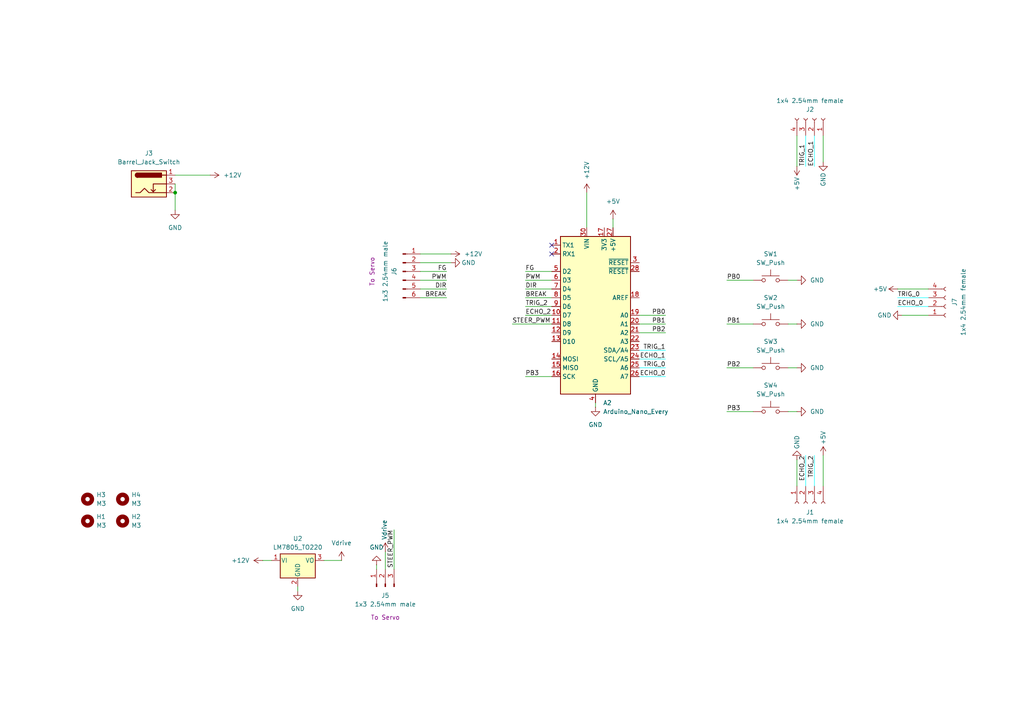
<source format=kicad_sch>
(kicad_sch (version 20231120) (generator "eeschema") (generator_version "8.0")
  (paper "A4")
  (lib_symbols
    (symbol "Connector:Barrel_Jack_Switch" (pin_names hide)
      (property "Reference" "J" (at 0 5.334 0))
      (property "Value" "Barrel_Jack_Switch" (at 0 -5.08 0))
      (symbol "Barrel_Jack_Switch_0_1"
        (rectangle (start -5.08 3.81) (end 5.08 -3.81) (stroke (width 0.254)) (fill (type background)))
        (arc (start -3.302 3.175) (mid -3.9343 2.54) (end -3.302 1.905) (stroke (width 0.254)))
        (arc (start -3.302 3.175) (mid -3.9343 2.54) (end -3.302 1.905) (stroke (width 0.254)) (fill (type outline)))
        (polyline (pts (xy 1.27 -2.286) (xy 1.905 -1.651)) (stroke (width 0.254)))
        (polyline (pts (xy 5.08 2.54) (xy 3.81 2.54)) (stroke (width 0.254)))
        (polyline (pts (xy 5.08 0) (xy 1.27 0) (xy 1.27 -2.286) (xy 0.635 -1.651)) (stroke (width 0.254)))
        (polyline (pts (xy -3.81 -2.54) (xy -2.54 -2.54) (xy -1.27 -1.27) (xy 0 -2.54) (xy 2.54 -2.54) (xy 5.08 -2.54)) (stroke (width 0.254)))
        (rectangle (start 3.683 3.175) (end -3.302 1.905) (stroke (width 0.254)) (fill (type outline)))
      )
      (symbol "Barrel_Jack_Switch_1_1"
        (pin passive line (at 7.62 2.54 180) (length 2.54) (name "~") (number "1"))
        (pin passive line (at 7.62 -2.54 180) (length 2.54) (name "~") (number "2"))
        (pin passive line (at 7.62 0 180) (length 2.54) (name "~") (number "3"))
      )
    )
    (symbol "Connector:Conn_01x03_Pin" (pin_names (offset 1.016) hide)
      (property "Reference" "J" (at 0 5.08 0))
      (property "Value" "Conn_01x03_Pin" (at 0 -5.08 0))
      (symbol "Conn_01x03_Pin_1_1"
        (polyline (pts (xy 1.27 -2.54) (xy 0.8636 -2.54)) (stroke (width 0.1524)))
        (polyline (pts (xy 1.27 0) (xy 0.8636 0)) (stroke (width 0.1524)))
        (polyline (pts (xy 1.27 2.54) (xy 0.8636 2.54)) (stroke (width 0.1524)))
        (rectangle (start 0.8636 -2.413) (end 0 -2.667) (stroke (width 0.1524)) (fill (type outline)))
        (rectangle (start 0.8636 0.127) (end 0 -0.127) (stroke (width 0.1524)) (fill (type outline)))
        (rectangle (start 0.8636 2.667) (end 0 2.413) (stroke (width 0.1524)) (fill (type outline)))
        (pin passive line (at 5.08 2.54 180) (length 3.81) (name "Pin_1") (number "1"))
        (pin passive line (at 5.08 0 180) (length 3.81) (name "Pin_2") (number "2"))
        (pin passive line (at 5.08 -2.54 180) (length 3.81) (name "Pin_3") (number "3"))
      )
    )
    (symbol "Connector:Conn_01x04_Socket" (pin_names (offset 1.016) hide)
      (property "Reference" "J" (at 0 5.08 0))
      (property "Value" "Conn_01x04_Socket" (at 0 -7.62 0))
      (symbol "Conn_01x04_Socket_1_1"
        (arc (start 0 -4.572) (mid -0.5058 -5.08) (end 0 -5.588) (stroke (width 0.1524)))
        (arc (start 0 -2.032) (mid -0.5058 -2.54) (end 0 -3.048) (stroke (width 0.1524)))
        (polyline (pts (xy -1.27 -5.08) (xy -0.508 -5.08)) (stroke (width 0.1524)))
        (polyline (pts (xy -1.27 -2.54) (xy -0.508 -2.54)) (stroke (width 0.1524)))
        (polyline (pts (xy -1.27 0) (xy -0.508 0)) (stroke (width 0.1524)))
        (polyline (pts (xy -1.27 2.54) (xy -0.508 2.54)) (stroke (width 0.1524)))
        (arc (start 0 0.508) (mid -0.5058 0) (end 0 -0.508) (stroke (width 0.1524)))
        (arc (start 0 3.048) (mid -0.5058 2.54) (end 0 2.032) (stroke (width 0.1524)))
        (pin passive line (at -5.08 2.54 0) (length 3.81) (name "Pin_1") (number "1"))
        (pin passive line (at -5.08 0 0) (length 3.81) (name "Pin_2") (number "2"))
        (pin passive line (at -5.08 -2.54 0) (length 3.81) (name "Pin_3") (number "3"))
        (pin passive line (at -5.08 -5.08 0) (length 3.81) (name "Pin_4") (number "4"))
      )
    )
    (symbol "Connector:Conn_01x06_Pin" (pin_names (offset 1.016) hide)
      (property "Reference" "J" (at 0 7.62 0))
      (property "Value" "Conn_01x06_Pin" (at 0 -10.16 0))
      (symbol "Conn_01x06_Pin_1_1"
        (polyline (pts (xy 1.27 -7.62) (xy 0.8636 -7.62)) (stroke (width 0.1524)))
        (polyline (pts (xy 1.27 -5.08) (xy 0.8636 -5.08)) (stroke (width 0.1524)))
        (polyline (pts (xy 1.27 -2.54) (xy 0.8636 -2.54)) (stroke (width 0.1524)))
        (polyline (pts (xy 1.27 0) (xy 0.8636 0)) (stroke (width 0.1524)))
        (polyline (pts (xy 1.27 2.54) (xy 0.8636 2.54)) (stroke (width 0.1524)))
        (polyline (pts (xy 1.27 5.08) (xy 0.8636 5.08)) (stroke (width 0.1524)))
        (rectangle (start 0.8636 -7.493) (end 0 -7.747) (stroke (width 0.1524)) (fill (type outline)))
        (rectangle (start 0.8636 -4.953) (end 0 -5.207) (stroke (width 0.1524)) (fill (type outline)))
        (rectangle (start 0.8636 -2.413) (end 0 -2.667) (stroke (width 0.1524)) (fill (type outline)))
        (rectangle (start 0.8636 0.127) (end 0 -0.127) (stroke (width 0.1524)) (fill (type outline)))
        (rectangle (start 0.8636 2.667) (end 0 2.413) (stroke (width 0.1524)) (fill (type outline)))
        (rectangle (start 0.8636 5.207) (end 0 4.953) (stroke (width 0.1524)) (fill (type outline)))
        (pin passive line (at 5.08 5.08 180) (length 3.81) (name "Pin_1") (number "1"))
        (pin passive line (at 5.08 2.54 180) (length 3.81) (name "Pin_2") (number "2"))
        (pin passive line (at 5.08 0 180) (length 3.81) (name "Pin_3") (number "3"))
        (pin passive line (at 5.08 -2.54 180) (length 3.81) (name "Pin_4") (number "4"))
        (pin passive line (at 5.08 -5.08 180) (length 3.81) (name "Pin_5") (number "5"))
        (pin passive line (at 5.08 -7.62 180) (length 3.81) (name "Pin_6") (number "6"))
      )
    )
    (symbol "MCU_Module:Arduino_Nano_Every"
      (property "Reference" "A" (at -10.16 23.495 0))
      (property "Value" "Arduino_Nano_Every" (at 5.08 -24.13 0))
      (symbol "Arduino_Nano_Every_0_1"
        (rectangle (start -10.16 22.86) (end 10.16 -22.86) (stroke (width 0.254)) (fill (type background)))
      )
      (symbol "Arduino_Nano_Every_1_1"
        (pin bidirectional line (at -12.7 20.32 0) (length 2.54) (name "TX1") (number "1"))
        (pin bidirectional line (at -12.7 0 0) (length 2.54) (name "D7") (number "10"))
        (pin bidirectional line (at -12.7 -2.54 0) (length 2.54) (name "D8") (number "11"))
        (pin bidirectional line (at -12.7 -5.08 0) (length 2.54) (name "D9") (number "12"))
        (pin bidirectional line (at -12.7 -7.62 0) (length 2.54) (name "D10") (number "13"))
        (pin bidirectional line (at -12.7 -12.7 0) (length 2.54) (name "MOSI") (number "14"))
        (pin bidirectional line (at -12.7 -15.24 0) (length 2.54) (name "MISO") (number "15"))
        (pin bidirectional line (at -12.7 -17.78 0) (length 2.54) (name "SCK") (number "16"))
        (pin power_out line (at 2.54 25.4 270) (length 2.54) (name "3V3") (number "17"))
        (pin input line (at 12.7 5.08 180) (length 2.54) (name "AREF") (number "18"))
        (pin bidirectional line (at 12.7 0 180) (length 2.54) (name "A0") (number "19"))
        (pin bidirectional line (at -12.7 17.78 0) (length 2.54) (name "RX1") (number "2"))
        (pin bidirectional line (at 12.7 -2.54 180) (length 2.54) (name "A1") (number "20"))
        (pin bidirectional line (at 12.7 -5.08 180) (length 2.54) (name "A2") (number "21"))
        (pin bidirectional line (at 12.7 -7.62 180) (length 2.54) (name "A3") (number "22"))
        (pin bidirectional line (at 12.7 -10.16 180) (length 2.54) (name "SDA/A4") (number "23"))
        (pin bidirectional line (at 12.7 -12.7 180) (length 2.54) (name "SCL/A5") (number "24"))
        (pin bidirectional line (at 12.7 -15.24 180) (length 2.54) (name "A6") (number "25"))
        (pin bidirectional line (at 12.7 -17.78 180) (length 2.54) (name "A7") (number "26"))
        (pin power_out line (at 5.08 25.4 270) (length 2.54) (name "+5V") (number "27"))
        (pin input line (at 12.7 12.7 180) (length 2.54) (name "~{RESET}") (number "28"))
        (pin passive line (at 0 -25.4 90) (length 2.54) hide (name "GND") (number "29"))
        (pin input line (at 12.7 15.24 180) (length 2.54) (name "~{RESET}") (number "3"))
        (pin power_in line (at -2.54 25.4 270) (length 2.54) (name "VIN") (number "30"))
        (pin power_in line (at 0 -25.4 90) (length 2.54) (name "GND") (number "4"))
        (pin bidirectional line (at -12.7 12.7 0) (length 2.54) (name "D2") (number "5"))
        (pin bidirectional line (at -12.7 10.16 0) (length 2.54) (name "D3") (number "6"))
        (pin bidirectional line (at -12.7 7.62 0) (length 2.54) (name "D4") (number "7"))
        (pin bidirectional line (at -12.7 5.08 0) (length 2.54) (name "D5") (number "8"))
        (pin bidirectional line (at -12.7 2.54 0) (length 2.54) (name "D6") (number "9"))
      )
    )
    (symbol "Mechanical:MountingHole" (pin_names (offset 1.016)) (exclude_from_sim yes) (in_bom no)
      (property "Reference" "H" (at 0 5.08 0))
      (property "Value" "MountingHole" (at 0 3.175 0))
      (symbol "MountingHole_0_1"
        (circle (center 0 0) (radius 1.27) (stroke (width 1.27)))
      )
    )
    (symbol "Regulator_Linear:LM7805_TO220" (pin_names (offset 0.254))
      (property "Reference" "U" (at -3.81 3.175 0))
      (property "Value" "LM7805_TO220" (at 0 3.175 0))
      (symbol "LM7805_TO220_0_1"
        (rectangle (start -5.08 1.905) (end 5.08 -5.08) (stroke (width 0.254)) (fill (type background)))
      )
      (symbol "LM7805_TO220_1_1"
        (pin power_in line (at -7.62 0 0) (length 2.54) (name "VI") (number "1"))
        (pin power_in line (at 0 -7.62 90) (length 2.54) (name "GND") (number "2"))
        (pin power_out line (at 7.62 0 180) (length 2.54) (name "VO") (number "3"))
      )
    )
    (symbol "Switch:SW_Push" (pin_numbers hide) (pin_names (offset 1.016) hide)
      (property "Reference" "SW" (at 1.27 2.54 0))
      (property "Value" "SW_Push" (at 0 -1.524 0))
      (symbol "SW_Push_0_1"
        (circle (center -2.032 0) (radius 0.508))
        (polyline (pts (xy 0 1.27) (xy 0 3.048)))
        (polyline (pts (xy 2.54 1.27) (xy -2.54 1.27)))
        (circle (center 2.032 0) (radius 0.508))
        (pin passive line (at -5.08 0 0) (length 2.54) (name "1") (number "1"))
        (pin passive line (at 5.08 0 180) (length 2.54) (name "2") (number "2"))
      )
    )
    (symbol "power:+12V" (power) (pin_numbers hide) (pin_names (offset 0) hide)
      (property "Value" "+12V" (at 0 3.556 0))
      (symbol "+12V_0_1"
        (polyline (pts (xy -0.762 1.27) (xy 0 2.54)))
        (polyline (pts (xy 0 0) (xy 0 2.54)))
        (polyline (pts (xy 0 2.54) (xy 0.762 1.27)))
      )
      (symbol "+12V_1_1"
        (pin power_in line (at 0 0 90) (length 0) (name "~") (number "1"))
      )
    )
    (symbol "power:+5V" (power) (pin_numbers hide) (pin_names (offset 0) hide)
      (property "Value" "+5V" (at 0 3.556 0))
      (symbol "+5V_0_1"
        (polyline (pts (xy -0.762 1.27) (xy 0 2.54)))
        (polyline (pts (xy 0 0) (xy 0 2.54)))
        (polyline (pts (xy 0 2.54) (xy 0.762 1.27)))
      )
      (symbol "+5V_1_1"
        (pin power_in line (at 0 0 90) (length 0) (name "~") (number "1"))
      )
    )
    (symbol "power:GND" (power) (pin_numbers hide) (pin_names (offset 0) hide)
      (property "Value" "GND" (at 0 -3.81 0))
      (symbol "GND_0_1"
        (polyline (pts (xy 0 0) (xy 0 -1.27) (xy 1.27 -1.27) (xy 0 -2.54) (xy -1.27 -1.27) (xy 0 -1.27)))
      )
      (symbol "GND_1_1"
        (pin power_in line (at 0 0 270) (length 0) (name "~") (number "1"))
      )
    )
    (symbol "power:Vdrive" (power) (pin_numbers hide) (pin_names (offset 0) hide)
      (property "Value" "Vdrive" (at 0 3.556 0))
      (symbol "Vdrive_0_1"
        (polyline (pts (xy -0.762 1.27) (xy 0 2.54)))
        (polyline (pts (xy 0 0) (xy 0 2.54)))
        (polyline (pts (xy 0 2.54) (xy 0.762 1.27)))
      )
      (symbol "Vdrive_1_1"
        (pin power_in line (at 0 0 90) (length 0) (name "~") (number "1"))
      )
    )
  )
  (junction (at 50.8 55.88))
  (no_connect (at 160.02 71.12))
  (no_connect (at 160.02 73.66))
  (wire (pts (xy 185.42 101.6) (xy 193.04 101.6)) (stroke (width 0) (color 0 255 255 1)))
  (wire (pts (xy 129.54 86.36) (xy 121.92 86.36)))
  (wire (pts (xy 50.8 50.8) (xy 60.96 50.8)))
  (wire (pts (xy 111.76 160.02) (xy 111.76 165.1)))
  (wire (pts (xy 210.82 106.68) (xy 218.44 106.68)))
  (wire (pts (xy 160.02 88.9) (xy 152.4 88.9)))
  (wire (pts (xy 185.42 104.14) (xy 193.04 104.14)) (stroke (width 0) (color 0 255 255 1)))
  (wire (pts (xy 233.68 132.08) (xy 233.68 140.97)) (stroke (width 0) (color 0 255 255 1)))
  (wire (pts (xy 129.54 81.28) (xy 121.92 81.28)))
  (wire (pts (xy 260.35 83.82) (xy 269.24 83.82)))
  (wire (pts (xy 177.8 63.5) (xy 177.8 66.04)))
  (wire (pts (xy 86.36 171.45) (xy 86.36 170.18)))
  (wire (pts (xy 76.2 162.56) (xy 78.74 162.56)))
  (wire (pts (xy 170.18 66.04) (xy 170.18 55.88)))
  (wire (pts (xy 50.8 53.34) (xy 50.8 55.88)))
  (wire (pts (xy 160.02 91.44) (xy 152.4 91.44)))
  (wire (pts (xy 185.42 106.68) (xy 193.04 106.68)) (stroke (width 0) (color 0 255 255 1)))
  (wire (pts (xy 210.82 119.38) (xy 218.44 119.38)))
  (wire (pts (xy 50.8 55.88) (xy 50.8 60.96)))
  (wire (pts (xy 109.22 163.83) (xy 109.22 165.1)))
  (wire (pts (xy 238.76 46.99) (xy 238.76 39.37)))
  (wire (pts (xy 228.6 93.98) (xy 231.14 93.98)))
  (wire (pts (xy 152.4 81.28) (xy 160.02 81.28)))
  (wire (pts (xy 210.82 93.98) (xy 218.44 93.98)))
  (wire (pts (xy 152.4 86.36) (xy 160.02 86.36)))
  (wire (pts (xy 231.14 48.26) (xy 231.14 39.37)))
  (wire (pts (xy 228.6 81.28) (xy 231.14 81.28)))
  (wire (pts (xy 236.22 48.26) (xy 236.22 39.37)) (stroke (width 0) (color 0 255 255 1)))
  (wire (pts (xy 114.3 153.67) (xy 114.3 165.1)))
  (wire (pts (xy 93.98 162.56) (xy 99.06 162.56)))
  (wire (pts (xy 152.4 83.82) (xy 160.02 83.82)))
  (wire (pts (xy 193.04 91.44) (xy 185.42 91.44)))
  (wire (pts (xy 129.54 83.82) (xy 121.92 83.82)))
  (wire (pts (xy 233.68 48.26) (xy 233.68 39.37)) (stroke (width 0) (color 0 255 255 1)))
  (wire (pts (xy 185.42 109.22) (xy 193.04 109.22)) (stroke (width 0) (color 0 255 255 1)))
  (wire (pts (xy 210.82 81.28) (xy 218.44 81.28)))
  (wire (pts (xy 260.35 86.36) (xy 269.24 86.36)) (stroke (width 0) (color 0 255 255 1)))
  (wire (pts (xy 148.59 93.98) (xy 160.02 93.98)))
  (wire (pts (xy 193.04 93.98) (xy 185.42 93.98)))
  (wire (pts (xy 228.6 119.38) (xy 231.14 119.38)))
  (wire (pts (xy 152.4 109.22) (xy 160.02 109.22)))
  (wire (pts (xy 152.4 78.74) (xy 160.02 78.74)))
  (wire (pts (xy 228.6 106.68) (xy 231.14 106.68)))
  (wire (pts (xy 172.72 118.11) (xy 172.72 116.84)))
  (wire (pts (xy 130.81 76.2) (xy 121.92 76.2)))
  (wire (pts (xy 261.62 91.44) (xy 269.24 91.44)))
  (wire (pts (xy 231.14 133.35) (xy 231.14 140.97)))
  (wire (pts (xy 193.04 96.52) (xy 185.42 96.52)))
  (wire (pts (xy 121.92 73.66) (xy 130.81 73.66)))
  (wire (pts (xy 238.76 132.08) (xy 238.76 140.97)))
  (wire (pts (xy 236.22 132.08) (xy 236.22 140.97)) (stroke (width 0) (color 0 255 255 1)))
  (wire (pts (xy 260.35 88.9) (xy 269.24 88.9)) (stroke (width 0) (color 0 255 255 1)))
  (wire (pts (xy 129.54 78.74) (xy 121.92 78.74)))
  (label "TRIG_1" (at 233.68 48.26 90))
  (label "TRIG_2" (at 152.4 88.9 0))
  (label "TRIG_1" (at 193.04 101.6 180))
  (label "PWM" (at 152.4 81.28 0))
  (label "PB0" (at 193.04 91.44 180))
  (label "ECHO_0" (at 193.04 109.22 180))
  (label "PB2" (at 193.04 96.52 180))
  (label "STEER_PWM" (at 148.59 93.98 0))
  (label "PB3" (at 210.82 119.38 0))
  (label "BREAK" (at 152.4 86.36 0))
  (label "FG" (at 129.54 78.74 180))
  (label "BREAK" (at 129.54 86.36 180))
  (label "PB3" (at 152.4 109.22 0))
  (label "ECHO_2" (at 233.68 132.08 270))
  (label "PWM" (at 129.54 81.28 180))
  (label "ECHO_2" (at 152.4 91.44 0))
  (label "DIR" (at 129.54 83.82 180))
  (label "TRIG_2" (at 236.22 132.08 270))
  (label "PB1" (at 193.04 93.98 180))
  (label "ECHO_0" (at 260.35 88.9 0))
  (label "DIR" (at 152.4 83.82 0))
  (label "PB2" (at 210.82 106.68 0))
  (label "ECHO_1" (at 193.04 104.14 180))
  (label "STEER_PWM" (at 114.3 153.67 270))
  (label "ECHO_1" (at 236.22 48.26 90))
  (label "TRIG_0" (at 260.35 86.36 0))
  (label "PB1" (at 210.82 93.98 0))
  (label "TRIG_0" (at 193.04 106.68 180))
  (label "PB0" (at 210.82 81.28 0))
  (label "FG" (at 152.4 78.74 0))
  (symbol (lib_id "Connector:Conn_01x04_Socket") (at 274.32 88.9 0) (mirror x) (unit 1)
    (property "Reference" "J7" (at 276.86 87.63 90))
    (property "Value" "1x4 2.54mm female" (at 279.4 87.63 90))
    (property "Footprint" "Connector_PinSocket_2.54mm:PinSocket_1x04_P2.54mm_Vertical" (effects (hide yes)))
    (property "Description" "Generic connector, single row, 01x04, script generated" (effects (hide yes)))
  )
  (symbol (lib_id "power:GND") (at 172.72 118.11 0) (unit 1)
    (property "Reference" "#PWR10" (effects (hide yes)))
    (property "Value" "GND" (at 172.72 123.19 0))
    (property "Description" "Power symbol creates a global label with name \"GND\" , ground" (effects (hide yes)))
  )
  (symbol (lib_id "power:+5V") (at 260.35 83.82 90) (mirror x) (unit 1)
    (property "Reference" "#PWR20" (effects (hide yes)))
    (property "Value" "+5V" (at 255.27 83.82 90))
    (property "Description" "Power symbol creates a global label with name \"+5V\"" (effects (hide yes)))
  )
  (symbol (lib_id "Connector:Conn_01x03_Pin") (at 111.76 170.18 90) (unit 1)
    (property "Reference" "J5" (at 111.76 172.72 90))
    (property "Value" "1x3 2.54mm male" (at 111.76 175.26 90))
    (property "Footprint" "Connector_PinSocket_2.54mm:PinSocket_1x03_P2.54mm_Vertical" (effects (hide yes)))
    (property "Description" "Generic connector, single row, 01x03, script generated" (effects (hide yes)))
    (property "Comment" "To Servo" (at 111.76 179.07 90))
  )
  (symbol (lib_id "power:GND") (at 231.14 93.98 90) (unit 1)
    (property "Reference" "#PWR14" (effects (hide yes)))
    (property "Value" "GND" (at 234.95 93.9799 90) (effects (justify right)))
    (property "Description" "Power symbol creates a global label with name \"GND\" , ground" (effects (hide yes)))
  )
  (symbol (lib_id "power:GND") (at 86.36 171.45 0) (unit 1)
    (property "Reference" "#PWR1" (effects (hide yes)))
    (property "Value" "GND" (at 86.36 176.53 0))
    (property "Description" "Power symbol creates a global label with name \"GND\" , ground" (effects (hide yes)))
  )
  (symbol (lib_id "Connector:Conn_01x04_Socket") (at 236.22 34.29 270) (mirror x) (unit 1)
    (property "Reference" "J2" (at 234.95 31.75 90))
    (property "Value" "1x4 2.54mm female" (at 234.95 29.21 90))
    (property "Footprint" "Connector_PinSocket_2.54mm:PinSocket_1x04_P2.54mm_Vertical" (effects (hide yes)))
    (property "Description" "Generic connector, single row, 01x04, script generated" (effects (hide yes)))
  )
  (symbol (lib_id "power:GND") (at 231.14 119.38 90) (unit 1)
    (property "Reference" "#PWR22" (effects (hide yes)))
    (property "Value" "GND" (at 234.95 119.3799 90) (effects (justify right)))
    (property "Description" "Power symbol creates a global label with name \"GND\" , ground" (effects (hide yes)))
  )
  (symbol (lib_id "power:+12V") (at 130.81 73.66 270) (unit 1)
    (property "Reference" "#PWR13" (effects (hide yes)))
    (property "Value" "+12V" (at 134.62 73.6599 90) (effects (justify left)))
    (property "Description" "Power symbol creates a global label with name \"+12V\"" (effects (hide yes)))
  )
  (symbol (lib_id "power:GND") (at 109.22 163.83 180) (unit 1)
    (property "Reference" "#PWR7" (effects (hide yes)))
    (property "Value" "GND" (at 109.22 158.75 0))
    (property "Description" "Power symbol creates a global label with name \"GND\" , ground" (effects (hide yes)))
  )
  (symbol (lib_id "power:GND") (at 231.14 133.35 0) (mirror x) (unit 1)
    (property "Reference" "#PWR17" (effects (hide yes)))
    (property "Value" "GND" (at 231.14 128.27 90))
    (property "Description" "Power symbol creates a global label with name \"GND\" , ground" (effects (hide yes)))
  )
  (symbol (lib_id "Switch:SW_Push") (at 223.52 81.28 0) (unit 1)
    (property "Reference" "SW1" (at 223.52 73.66 0))
    (property "Value" "SW_Push" (at 223.52 76.2 0))
    (property "Footprint" "Button_Switch_THT:SW_PUSH_6mm" (effects (hide yes)))
    (property "Description" "Push button switch, generic, two pins" (effects (hide yes)))
  )
  (symbol (lib_id "power:Vdrive") (at 111.76 160.02 0) (unit 1)
    (property "Reference" "#PWR8" (effects (hide yes)))
    (property "Value" "Vdrive" (at 111.506 153.67 90))
    (property "Description" "Power symbol creates a global label with name \"Vdrive\"" (effects (hide yes)))
  )
  (symbol (lib_id "power:+5V") (at 177.8 63.5 0) (unit 1)
    (property "Reference" "#PWR5" (effects (hide yes)))
    (property "Value" "+5V" (at 177.8 58.42 0))
    (property "Description" "Power symbol creates a global label with name \"+5V\"" (effects (hide yes)))
  )
  (symbol (lib_id "power:+12V") (at 60.96 50.8 270) (unit 1)
    (property "Reference" "#PWR2" (effects (hide yes)))
    (property "Value" "+12V" (at 64.77 50.7999 90) (effects (justify left)))
    (property "Description" "Power symbol creates a global label with name \"+12V\"" (effects (hide yes)))
  )
  (symbol (lib_id "Switch:SW_Push") (at 223.52 93.98 0) (unit 1)
    (property "Reference" "SW2" (at 223.52 86.36 0))
    (property "Value" "SW_Push" (at 223.52 88.9 0))
    (property "Footprint" "Button_Switch_THT:SW_PUSH_6mm" (effects (hide yes)))
    (property "Description" "Push button switch, generic, two pins" (effects (hide yes)))
  )
  (symbol (lib_id "power:+12V") (at 170.18 55.88 0) (unit 1)
    (property "Reference" "#PWR9" (effects (hide yes)))
    (property "Value" "+12V" (at 170.1799 52.07 90) (effects (justify left)))
    (property "Description" "Power symbol creates a global label with name \"+12V\"" (effects (hide yes)))
  )
  (symbol (lib_id "power:GND") (at 261.62 91.44 270) (mirror x) (unit 1)
    (property "Reference" "#PWR19" (effects (hide yes)))
    (property "Value" "GND" (at 256.54 91.44 90))
    (property "Description" "Power symbol creates a global label with name \"GND\" , ground" (effects (hide yes)))
  )
  (symbol (lib_id "Switch:SW_Push") (at 223.52 106.68 0) (unit 1)
    (property "Reference" "SW3" (at 223.52 99.06 0))
    (property "Value" "SW_Push" (at 223.52 101.6 0))
    (property "Footprint" "Button_Switch_THT:SW_PUSH_6mm" (effects (hide yes)))
    (property "Description" "Push button switch, generic, two pins" (effects (hide yes)))
  )
  (symbol (lib_id "Mechanical:MountingHole") (at 25.4 151.13 0) (unit 1) (exclude_from_sim yes) (in_bom no)
    (property "Reference" "H1" (at 27.94 149.8599 0) (effects (justify left)))
    (property "Value" "M3" (at 27.94 152.3999 0) (effects (justify left)))
    (property "Footprint" "MountingHole:MountingHole_3.2mm_M3" (effects (hide yes)))
    (property "Description" "Mounting Hole without connection" (effects (hide yes)))
  )
  (symbol (lib_id "power:Vdrive") (at 99.06 162.56 0) (unit 1)
    (property "Reference" "#PWR6" (effects (hide yes)))
    (property "Value" "Vdrive" (at 99.06 157.48 0))
    (property "Description" "Power symbol creates a global label with name \"Vdrive\"" (effects (hide yes)))
  )
  (symbol (lib_id "power:+5V") (at 238.76 132.08 0) (mirror y) (unit 1)
    (property "Reference" "#PWR18" (effects (hide yes)))
    (property "Value" "+5V" (at 238.76 127 90))
    (property "Description" "Power symbol creates a global label with name \"+5V\"" (effects (hide yes)))
  )
  (symbol (lib_id "Mechanical:MountingHole") (at 25.4 144.78 0) (unit 1) (exclude_from_sim yes) (in_bom no)
    (property "Reference" "H3" (at 27.94 143.5099 0) (effects (justify left)))
    (property "Value" "M3" (at 27.94 146.0499 0) (effects (justify left)))
    (property "Footprint" "MountingHole:MountingHole_3.2mm_M3" (effects (hide yes)))
    (property "Description" "Mounting Hole without connection" (effects (hide yes)))
  )
  (symbol (lib_id "power:+5V") (at 231.14 48.26 0) (mirror x) (unit 1)
    (property "Reference" "#PWR15" (effects (hide yes)))
    (property "Value" "+5V" (at 231.14 53.34 90))
    (property "Description" "Power symbol creates a global label with name \"+5V\"" (effects (hide yes)))
  )
  (symbol (lib_id "power:GND") (at 238.76 46.99 0) (mirror y) (unit 1)
    (property "Reference" "#PWR16" (effects (hide yes)))
    (property "Value" "GND" (at 238.76 52.07 90))
    (property "Description" "Power symbol creates a global label with name \"GND\" , ground" (effects (hide yes)))
  )
  (symbol (lib_id "Mechanical:MountingHole") (at 35.56 144.78 0) (unit 1) (exclude_from_sim yes) (in_bom no)
    (property "Reference" "H4" (at 38.1 143.5099 0) (effects (justify left)))
    (property "Value" "M3" (at 38.1 146.0499 0) (effects (justify left)))
    (property "Footprint" "MountingHole:MountingHole_3.2mm_M3" (effects (hide yes)))
    (property "Description" "Mounting Hole without connection" (effects (hide yes)))
  )
  (symbol (lib_id "power:GND") (at 231.14 81.28 90) (unit 1)
    (property "Reference" "#PWR12" (effects (hide yes)))
    (property "Value" "GND" (at 234.95 81.2799 90) (effects (justify right)))
    (property "Description" "Power symbol creates a global label with name \"GND\" , ground" (effects (hide yes)))
  )
  (symbol (lib_id "Connector:Barrel_Jack_Switch") (at 43.18 53.34 0) (unit 1)
    (property "Reference" "J3" (at 43.18 44.45 0))
    (property "Value" "Barrel_Jack_Switch" (at 43.18 46.99 0))
    (property "Footprint" "Connector_BarrelJack:BarrelJack_Horizontal" (effects (hide yes)))
    (property "Description" "DC Barrel Jack with an internal switch" (effects (hide yes)))
  )
  (symbol (lib_id "Switch:SW_Push") (at 223.52 119.38 0) (unit 1)
    (property "Reference" "SW4" (at 223.52 111.76 0))
    (property "Value" "SW_Push" (at 223.52 114.3 0))
    (property "Footprint" "Button_Switch_THT:SW_PUSH_6mm" (effects (hide yes)))
    (property "Description" "Push button switch, generic, two pins" (effects (hide yes)))
  )
  (symbol (lib_id "power:+12V") (at 76.2 162.56 90) (unit 1)
    (property "Reference" "#PWR4" (effects (hide yes)))
    (property "Value" "+12V" (at 72.39 162.5599 90) (effects (justify left)))
    (property "Description" "Power symbol creates a global label with name \"+12V\"" (effects (hide yes)))
  )
  (symbol (lib_id "power:GND") (at 130.81 76.2 90) (unit 1)
    (property "Reference" "#PWR11" (effects (hide yes)))
    (property "Value" "GND" (at 135.89 76.2 90))
    (property "Description" "Power symbol creates a global label with name \"GND\" , ground" (effects (hide yes)))
  )
  (symbol (lib_id "power:GND") (at 231.14 106.68 90) (unit 1)
    (property "Reference" "#PWR21" (effects (hide yes)))
    (property "Value" "GND" (at 234.95 106.6799 90) (effects (justify right)))
    (property "Description" "Power symbol creates a global label with name \"GND\" , ground" (effects (hide yes)))
  )
  (symbol (lib_id "Mechanical:MountingHole") (at 35.56 151.13 0) (unit 1) (exclude_from_sim yes) (in_bom no)
    (property "Reference" "H2" (at 38.1 149.8599 0) (effects (justify left)))
    (property "Value" "M3" (at 38.1 152.3999 0) (effects (justify left)))
    (property "Footprint" "MountingHole:MountingHole_3.2mm_M3" (effects (hide yes)))
    (property "Description" "Mounting Hole without connection" (effects (hide yes)))
  )
  (symbol (lib_id "MCU_Module:Arduino_Nano_Every") (at 172.72 91.44 0) (unit 1)
    (property "Reference" "A2" (at 174.9141 116.84 0) (effects (justify left)))
    (property "Value" "Arduino_Nano_Every" (at 174.9141 119.38 0) (effects (justify left)))
    (property "Footprint" "Module:Arduino_Nano" (effects (hide yes)))
    (property "Datasheet" "https://content.arduino.cc/assets/NANOEveryV3.0_sch.pdf" (effects (hide yes)))
    (property "Description" "Arduino Nano Every" (effects (hide yes)))
  )
  (symbol (lib_id "Regulator_Linear:LM7805_TO220") (at 86.36 162.56 0) (unit 1)
    (property "Reference" "U2" (at 86.36 156.21 0))
    (property "Value" "LM7805_TO220" (at 86.36 158.75 0))
    (property "Footprint" "Package_TO_SOT_THT:TO-220-3_Vertical" (effects (hide yes)))
    (property "Datasheet" "https://www.onsemi.cn/PowerSolutions/document/MC7800-D.PDF" (effects (hide yes)))
    (property "Description" "Positive 1A 35V Linear Regulator, Fixed Output 5V, TO-220" (effects (hide yes)))
  )
  (symbol (lib_id "power:GND") (at 50.8 60.96 0) (unit 1)
    (property "Reference" "#PWR3" (effects (hide yes)))
    (property "Value" "GND" (at 50.8 66.04 0))
    (property "Description" "Power symbol creates a global label with name \"GND\" , ground" (effects (hide yes)))
  )
  (symbol (lib_id "Connector:Conn_01x06_Pin") (at 116.84 78.74 0) (unit 1)
    (property "Reference" "J6" (at 114.3 78.74 90))
    (property "Value" "1x3 2.54mm male" (at 111.76 78.74 90))
    (property "Footprint" "Connector_PinSocket_2.54mm:PinSocket_1x06_P2.54mm_Vertical" (effects (hide yes)))
    (property "Description" "Generic connector, single row, 01x06, script generated" (effects (hide yes)))
    (property "Comment" "To Servo" (at 107.95 78.74 90))
  )
  (symbol (lib_id "Connector:Conn_01x04_Socket") (at 233.68 146.05 90) (mirror x) (unit 1)
    (property "Reference" "J1" (at 234.95 148.59 90))
    (property "Value" "1x4 2.54mm female" (at 234.95 151.13 90))
    (property "Footprint" "Connector_PinSocket_2.54mm:PinSocket_1x04_P2.54mm_Vertical" (effects (hide yes)))
    (property "Description" "Generic connector, single row, 01x04, script generated" (effects (hide yes)))
  )
)
</source>
